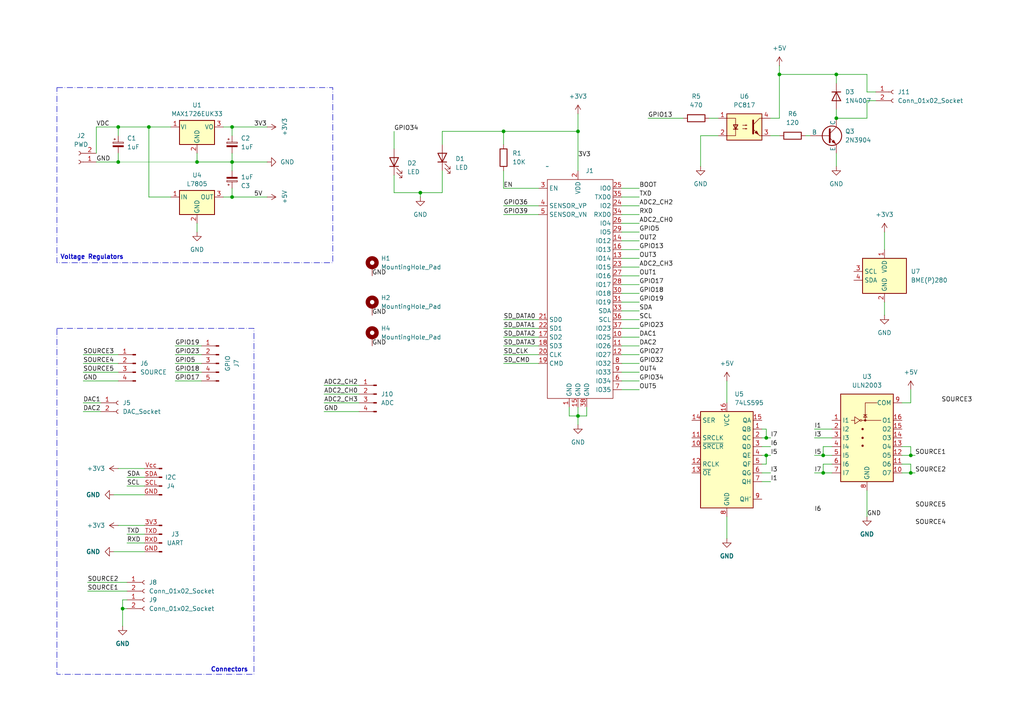
<source format=kicad_sch>
(kicad_sch (version 20231120) (generator "eeschema") (generator_version "8.0")
  (paper "A4")
  (lib_symbols
    (symbol "+5V_1" (power) (pin_numbers hide) (pin_names (offset 0) hide)
      (property "Value" "+5V" (at 0 3.556 0))
      (symbol "+5V_1_1_1"
        (pin power_in line (at 0 0 90) (length 0) (name "~") (number "1"))
      )
    )
    (symbol "+5V_2" (power) (pin_numbers hide) (pin_names (offset 0) hide)
      (property "Value" "+5V" (at 0 3.556 0))
      (symbol "+5V_2_1_1"
        (pin power_in line (at 0 0 90) (length 0) (name "~") (number "1"))
      )
    )
    (symbol "74xx:74LS595"
      (property "Reference" "U" (at -7.62 13.97 0))
      (property "Value" "74LS595" (at -7.62 -16.51 0))
      (symbol "74LS595_1_0"
        (pin tri_state line (at 10.16 7.62 180) (length 2.54) (name "QB") (number "1"))
        (pin input line (at -10.16 2.54 0) (length 2.54) (name "~{SRCLR}") (number "10"))
        (pin input line (at -10.16 5.08 0) (length 2.54) (name "SRCLK") (number "11"))
        (pin input line (at -10.16 -2.54 0) (length 2.54) (name "RCLK") (number "12"))
        (pin input line (at -10.16 -5.08 0) (length 2.54) (name "~{OE}") (number "13"))
        (pin input line (at -10.16 10.16 0) (length 2.54) (name "SER") (number "14"))
        (pin tri_state line (at 10.16 10.16 180) (length 2.54) (name "QA") (number "15"))
        (pin power_in line (at 0 15.24 270) (length 2.54) (name "VCC") (number "16"))
        (pin tri_state line (at 10.16 5.08 180) (length 2.54) (name "QC") (number "2"))
        (pin tri_state line (at 10.16 2.54 180) (length 2.54) (name "QD") (number "3"))
        (pin tri_state line (at 10.16 0 180) (length 2.54) (name "QE") (number "4"))
        (pin tri_state line (at 10.16 -2.54 180) (length 2.54) (name "QF") (number "5"))
        (pin tri_state line (at 10.16 -5.08 180) (length 2.54) (name "QG") (number "6"))
        (pin tri_state line (at 10.16 -7.62 180) (length 2.54) (name "QH") (number "7"))
        (pin power_in line (at 0 -17.78 90) (length 2.54) (name "GND") (number "8"))
        (pin output line (at 10.16 -12.7 180) (length 2.54) (name "QH'") (number "9"))
      )
    )
    (symbol "Alexander Symbol Library:BME(P)280"
      (property "Reference" "U" (at -7.62 10.16 0))
      (property "Value" "BME(P)280" (at 5.08 10.16 0))
      (symbol "BME(P)280_1_1"
        (pin power_in line (at -1.27 10.16 270) (length 2.54) (name "VDD") (number "1"))
        (pin power_out line (at -1.27 -5.08 90) (length 2.54) (name "GND") (number "2"))
        (pin input line (at -10.16 3.81 0) (length 2.54) (name "SCL") (number "3"))
        (pin bidirectional line (at -10.16 1.27 0) (length 2.54) (name "SDA") (number "4"))
      )
    )
    (symbol "Alexander_Library_Symbols:Conn_I2C_01x04" (pin_names (offset 1.016) hide)
      (property "Reference" "J" (at 0 5.08 0))
      (property "Value" "I2C" (at 0 -7.62 0))
      (symbol "Conn_I2C_01x04_1_1"
        (pin power_out line (at 5.08 -5.08 180) (length 3.81) (name "GND") (number "GND"))
        (pin bidirectional line (at 5.08 -2.54 180) (length 3.81) (name "SCL") (number "SCL"))
        (pin bidirectional line (at 5.08 0 180) (length 3.81) (name "SDA") (number "SDA"))
        (pin power_in line (at 5.08 2.54 180) (length 3.81) (name "VCC") (number "Vcc"))
      )
    )
    (symbol "Alexander_Library_Symbols:ESP32-WROOM-32D-SOCKET"
      (property "Reference" "J" (at 0 0 0))
      (symbol "ESP32-WROOM-32D-SOCKET_1_1"
        (pin power_out line (at 6.35 -69.85 90) (length 2.54) (name "GND") (number "1"))
        (pin bidirectional line (at 21.59 -49.53 180) (length 2.54) (name "IO25") (number "10"))
        (pin bidirectional line (at 21.59 -52.07 180) (length 2.54) (name "IO26") (number "11"))
        (pin bidirectional line (at 21.59 -54.61 180) (length 2.54) (name "IO27") (number "12"))
        (pin bidirectional line (at 21.59 -26.67 180) (length 2.54) (name "IO14") (number "13"))
        (pin bidirectional line (at 21.59 -21.59 180) (length 2.54) (name "IO12") (number "14"))
        (pin power_out line (at 8.89 -69.85 90) (length 2.54) (name "GND") (number "15"))
        (pin bidirectional line (at 21.59 -24.13 180) (length 2.54) (name "IO13") (number "16"))
        (pin input line (at -2.54 -49.53 0) (length 2.54) (name "SD2") (number "17"))
        (pin input line (at -2.54 -52.07 0) (length 2.54) (name "SD3") (number "18"))
        (pin input line (at -2.54 -57.15 0) (length 2.54) (name "CMD") (number "19"))
        (pin power_in line (at 8.89 -1.27 270) (length 2.54) (name "VDD") (number "2"))
        (pin input line (at -2.54 -54.61 0) (length 2.54) (name "CLK") (number "20"))
        (pin input line (at -2.54 -44.45 0) (length 2.54) (name "SD0") (number "21"))
        (pin input line (at -2.54 -46.99 0) (length 2.54) (name "SD1") (number "22"))
        (pin bidirectional line (at 21.59 -29.21 180) (length 2.54) (name "IO15") (number "23"))
        (pin bidirectional line (at 21.59 -11.43 180) (length 2.54) (name "IO2") (number "24"))
        (pin bidirectional line (at 21.59 -6.35 180) (length 2.54) (name "IO0") (number "25"))
        (pin bidirectional line (at 21.59 -16.51 180) (length 2.54) (name "IO4") (number "26"))
        (pin bidirectional line (at 21.59 -31.75 180) (length 2.54) (name "IO16") (number "27"))
        (pin bidirectional line (at 21.59 -34.29 180) (length 2.54) (name "IO17") (number "28"))
        (pin bidirectional line (at 21.59 -19.05 180) (length 2.54) (name "IO5") (number "29"))
        (pin input line (at -2.54 -6.35 0) (length 2.54) (name "EN") (number "3"))
        (pin bidirectional line (at 21.59 -36.83 180) (length 2.54) (name "IO18") (number "30"))
        (pin bidirectional line (at 21.59 -39.37 180) (length 2.54) (name "IO19") (number "31"))
        (pin bidirectional line (at 21.59 -41.91 180) (length 2.54) (name "SDA") (number "33"))
        (pin input line (at 21.59 -13.97 180) (length 2.54) (name "RXD0") (number "34"))
        (pin output line (at 21.59 -8.89 180) (length 2.54) (name "TXD0") (number "35"))
        (pin bidirectional line (at 21.59 -44.45 180) (length 2.54) (name "SCL") (number "36"))
        (pin bidirectional line (at 21.59 -46.99 180) (length 2.54) (name "IO23") (number "37"))
        (pin power_out line (at 11.43 -69.85 90) (length 2.54) (name "GND") (number "38"))
        (pin input line (at -2.54 -11.43 0) (length 2.54) (name "SENSOR_VP") (number "4"))
        (pin input line (at -2.54 -13.97 0) (length 2.54) (name "SENSOR_VN") (number "5"))
        (pin bidirectional line (at 21.59 -62.23 180) (length 2.54) (name "IO34") (number "6"))
        (pin bidirectional line (at 21.59 -64.77 180) (length 2.54) (name "IO35") (number "7"))
        (pin bidirectional line (at 21.59 -57.15 180) (length 2.54) (name "IO32") (number "8"))
        (pin bidirectional line (at 21.59 -59.69 180) (length 2.54) (name "IO33") (number "9"))
      )
    )
    (symbol "Conn_UART_1" (pin_names (offset 1.016) hide)
      (property "Reference" "J" (at 1.27 3.81 0))
      (property "Value" "UART" (at 2.54 -10.16 0))
      (symbol "Conn_UART_1_1_1"
        (pin power_in line (at 5.08 0 180) (length 3.81) (name "3V3") (number "3V3"))
        (pin power_out line (at 5.08 -7.62 180) (length 3.81) (name "GND") (number "GND"))
        (pin input line (at 5.08 -5.08 180) (length 3.81) (name "RXD") (number "RXD"))
        (pin output line (at 5.08 -2.54 180) (length 3.81) (name "TXD") (number "TXD"))
      )
    )
    (symbol "Connector:Conn_01x02_Socket" (pin_names (offset 1.016) hide)
      (property "Reference" "J" (at 0 2.54 0))
      (property "Value" "Conn_01x02_Socket" (at 0 -5.08 0))
      (symbol "Conn_01x02_Socket_1_1"
        (pin passive line (at -5.08 0 0) (length 3.81) (name "Pin_1") (number "1"))
        (pin passive line (at -5.08 -2.54 0) (length 3.81) (name "Pin_2") (number "2"))
      )
    )
    (symbol "Connector:Conn_01x04_Pin" (pin_names (offset 1.016) hide)
      (property "Reference" "J" (at 0 5.08 0))
      (property "Value" "I2C" (at 0 -7.62 0))
      (symbol "Conn_01x04_Pin_1_1"
        (pin passive line (at 5.08 2.54 180) (length 3.81) (name "Pin_1") (number "1"))
        (pin passive line (at 5.08 0 180) (length 3.81) (name "Pin_2") (number "2"))
        (pin passive line (at 5.08 -2.54 180) (length 3.81) (name "Pin_3") (number "3"))
        (pin passive line (at 5.08 -5.08 180) (length 3.81) (name "Pin_4") (number "4"))
      )
    )
    (symbol "Connector:Conn_01x05_Pin" (pin_names (offset 1.016) hide)
      (property "Reference" "J" (at 0 7.62 0))
      (property "Value" "Conn_01x05_Pin" (at 0 -7.62 0))
      (symbol "Conn_01x05_Pin_1_1"
        (pin passive line (at 5.08 5.08 180) (length 3.81) (name "Pin_1") (number "1"))
        (pin passive line (at 5.08 2.54 180) (length 3.81) (name "Pin_2") (number "2"))
        (pin passive line (at 5.08 0 180) (length 3.81) (name "Pin_3") (number "3"))
        (pin passive line (at 5.08 -2.54 180) (length 3.81) (name "Pin_4") (number "4"))
        (pin passive line (at 5.08 -5.08 180) (length 3.81) (name "Pin_5") (number "5"))
      )
    )
    (symbol "Connector:Conn_01x06_Socket" (pin_names (offset 1.016) hide)
      (property "Reference" "J" (at 0 7.62 0))
      (property "Value" "Conn_01x06_Socket" (at 0 -10.16 0))
      (symbol "Conn_01x06_Socket_1_1"
        (pin passive line (at -5.08 5.08 0) (length 3.81) (name "Pin_1") (number "1"))
        (pin passive line (at -5.08 2.54 0) (length 3.81) (name "Pin_2") (number "2"))
        (pin passive line (at -5.08 0 0) (length 3.81) (name "Pin_3") (number "3"))
        (pin passive line (at -5.08 -2.54 0) (length 3.81) (name "Pin_4") (number "4"))
        (pin passive line (at -5.08 -5.08 0) (length 3.81) (name "Pin_5") (number "5"))
        (pin passive line (at -5.08 -7.62 0) (length 3.81) (name "Pin_6") (number "6"))
      )
    )
    (symbol "Device:C_Polarized_Small" (pin_numbers hide) (pin_names (offset 0.254) hide)
      (property "Reference" "C" (at 0.254 1.778 0))
      (property "Value" "C_Polarized_Small" (at 0.254 -2.032 0))
      (symbol "C_Polarized_Small_1_1"
        (pin passive line (at 0 2.54 270) (length 1.8542) (name "~") (number "1"))
        (pin passive line (at 0 -2.54 90) (length 1.8542) (name "~") (number "2"))
      )
    )
    (symbol "Device:D" (pin_numbers hide) (pin_names (offset 1.016) hide)
      (property "Reference" "D" (at 0 2.54 0))
      (property "Value" "D" (at 0 -2.54 0))
      (symbol "D_1_1"
        (pin passive line (at -3.81 0 0) (length 2.54) (name "K") (number "1"))
        (pin passive line (at 3.81 0 180) (length 2.54) (name "A") (number "2"))
      )
    )
    (symbol "Device:LED" (pin_numbers hide) (pin_names (offset 1.016) hide)
      (property "Reference" "D" (at 0 2.54 0))
      (property "Value" "LED" (at 0 -2.54 0))
      (symbol "LED_1_1"
        (pin passive line (at -3.81 0 0) (length 2.54) (name "K") (number "1"))
        (pin passive line (at 3.81 0 180) (length 2.54) (name "A") (number "2"))
      )
    )
    (symbol "Device:R" (pin_numbers hide) (pin_names (offset 0))
      (property "Reference" "R" (at 2.032 0 90))
      (property "Value" "R" (at 0 0 90))
      (symbol "R_1_1"
        (pin passive line (at 0 3.81 270) (length 1.27) (name "~") (number "1"))
        (pin passive line (at 0 -3.81 90) (length 1.27) (name "~") (number "2"))
      )
    )
    (symbol "GND_1" (power) (pin_numbers hide) (pin_names (offset 0) hide)
      (property "Value" "GND" (at 0 -3.81 0))
      (symbol "GND_1_1_1"
        (pin power_in line (at 0 0 270) (length 0) (name "~") (number "1"))
      )
    )
    (symbol "GND_2" (power) (pin_numbers hide) (pin_names (offset 0) hide)
      (property "Value" "GND" (at 0 -3.81 0))
      (symbol "GND_2_1_1"
        (pin power_in line (at 0 0 270) (length 0) (name "~") (number "1"))
      )
    )
    (symbol "GND_3" (power) (pin_numbers hide) (pin_names (offset 0) hide)
      (property "Value" "GND" (at 0 -3.81 0))
      (symbol "GND_3_1_1"
        (pin power_in line (at 0 0 270) (length 0) (name "~") (number "1"))
      )
    )
    (symbol "GND_4" (power) (pin_numbers hide) (pin_names (offset 0) hide)
      (property "Value" "GND" (at 0 -3.81 0))
      (symbol "GND_4_1_1"
        (pin power_in line (at 0 0 270) (length 0) (name "~") (number "1"))
      )
    )
    (symbol "GND_5" (power) (pin_numbers hide) (pin_names (offset 0) hide)
      (property "Value" "GND" (at 0 -3.81 0))
      (symbol "GND_5_1_1"
        (pin power_in line (at 0 0 270) (length 0) (name "~") (number "1"))
      )
    )
    (symbol "GND_6" (power) (pin_numbers hide) (pin_names (offset 0) hide)
      (property "Value" "GND" (at 0 -3.81 0))
      (symbol "GND_6_1_1"
        (pin power_in line (at 0 0 270) (length 0) (name "~") (number "1"))
      )
    )
    (symbol "Isolator:4N35" (pin_names (offset 1.016))
      (property "Reference" "U" (at -5.08 5.08 0))
      (property "Value" "4N35" (at 0 5.08 0))
      (symbol "4N35_1_1"
        (pin passive line (at -7.62 2.54 0) (length 2.54) (name "~") (number "1"))
        (pin passive line (at -7.62 -2.54 0) (length 2.54) (name "~") (number "2"))
        (pin no_connect line (at -5.08 0 0) (length 2.54) hide (name "NC") (number "3"))
        (pin passive line (at 7.62 -2.54 180) (length 2.54) (name "~") (number "4"))
        (pin passive line (at 7.62 0 180) (length 2.54) (name "~") (number "5"))
        (pin passive line (at 7.62 2.54 180) (length 2.54) (name "~") (number "6"))
      )
    )
    (symbol "Isolator:PC817" (pin_names (offset 1.016))
      (property "Reference" "U" (at -5.08 5.08 0))
      (property "Value" "PC817" (at 0 5.08 0))
      (symbol "PC817_1_1"
        (pin passive line (at -7.62 2.54 0) (length 2.54) (name "~") (number "1"))
        (pin passive line (at -7.62 -2.54 0) (length 2.54) (name "~") (number "2"))
        (pin passive line (at 7.62 -2.54 180) (length 2.54) (name "~") (number "3"))
        (pin passive line (at 7.62 2.54 180) (length 2.54) (name "~") (number "4"))
      )
    )
    (symbol "Mechanical:MountingHole_Pad" (pin_numbers hide) (pin_names (offset 1.016) hide)
      (property "Reference" "H" (at 0 6.35 0))
      (property "Value" "MountingHole_Pad" (at 0 4.445 0))
      (symbol "MountingHole_Pad_1_1"
        (pin input line (at 0 -2.54 90) (length 2.54) (name "1") (number "1"))
      )
    )
    (symbol "Regulator_Linear:L7805" (pin_names (offset 0.254))
      (property "Reference" "U4" (at 0 6.35 0))
      (property "Value" "L7805" (at 0 3.81 0))
      (symbol "L7805_1_1"
        (pin power_in line (at -7.62 0 0) (length 2.54) (name "IN") (number "1"))
        (pin power_in line (at 0 -7.62 90) (length 2.54) (name "GND") (number "2"))
        (pin power_out line (at 7.62 0 180) (length 2.54) (name "OUT") (number "3"))
      )
    )
    (symbol "Regulator_Linear:LM78M05_TO220" (pin_names (offset 0.254))
      (property "Reference" "U" (at -3.81 3.175 0))
      (property "Value" "LM78M05_TO220" (at 0 3.175 0))
      (symbol "LM78M05_TO220_1_1"
        (pin power_in line (at -7.62 0 0) (length 2.54) (name "VI") (number "1"))
        (pin power_in line (at 0 -7.62 90) (length 2.54) (name "GND") (number "2"))
        (pin power_out line (at 7.62 0 180) (length 2.54) (name "VO") (number "3"))
      )
    )
    (symbol "Simulation_SPICE:NPN" (pin_numbers hide) (pin_names (offset 0))
      (property "Reference" "Q" (at -2.54 7.62 0))
      (property "Value" "NPN" (at -2.54 5.08 0))
      (symbol "NPN_1_1"
        (pin open_collector line (at 2.54 5.08 270) (length 2.54) (name "C") (number "1"))
        (pin input line (at -5.08 0 0) (length 2.54) (name "B") (number "2"))
        (pin open_emitter line (at 2.54 -5.08 90) (length 2.54) (name "E") (number "3"))
      )
    )
    (symbol "Switch:SW_Push" (pin_numbers hide) (pin_names (offset 1.016) hide)
      (property "Reference" "SW" (at 1.27 2.54 0))
      (property "Value" "SW_Push" (at 0 -1.524 0))
      (symbol "SW_Push_0_1"
        (pin passive line (at -5.08 0 0) (length 2.54) (name "1") (number "1"))
        (pin passive line (at 5.08 0 180) (length 2.54) (name "2") (number "2"))
      )
    )
    (symbol "Transistor_Array:ULN2003"
      (property "Reference" "U" (at 0 15.875 0))
      (property "Value" "ULN2003" (at 0 13.97 0))
      (symbol "ULN2003_1_1"
        (pin input line (at -10.16 5.08 0) (length 2.54) (name "I1") (number "1"))
        (pin open_collector line (at 10.16 -10.16 180) (length 2.54) (name "O7") (number "10"))
        (pin open_collector line (at 10.16 -7.62 180) (length 2.54) (name "O6") (number "11"))
        (pin open_collector line (at 10.16 -5.08 180) (length 2.54) (name "O5") (number "12"))
        (pin open_collector line (at 10.16 -2.54 180) (length 2.54) (name "O4") (number "13"))
        (pin open_collector line (at 10.16 0 180) (length 2.54) (name "O3") (number "14"))
        (pin open_collector line (at 10.16 2.54 180) (length 2.54) (name "O2") (number "15"))
        (pin open_collector line (at 10.16 5.08 180) (length 2.54) (name "O1") (number "16"))
        (pin input line (at -10.16 2.54 0) (length 2.54) (name "I2") (number "2"))
        (pin input line (at -10.16 0 0) (length 2.54) (name "I3") (number "3"))
        (pin input line (at -10.16 -2.54 0) (length 2.54) (name "I4") (number "4"))
        (pin input line (at -10.16 -5.08 0) (length 2.54) (name "I5") (number "5"))
        (pin input line (at -10.16 -7.62 0) (length 2.54) (name "I6") (number "6"))
        (pin input line (at -10.16 -10.16 0) (length 2.54) (name "I7") (number "7"))
        (pin power_in line (at 0 -15.24 90) (length 2.54) (name "GND") (number "8"))
        (pin passive line (at 10.16 10.16 180) (length 2.54) (name "COM") (number "9"))
      )
    )
    (symbol "power:+3V3" (power) (pin_names (offset 0))
      (property "Value" "+3V3" (at 0 3.556 0))
      (symbol "+3V3_1_1"
        (pin power_in line (at 0 0 90) (length 0) hide (name "+3V3") (number "1"))
      )
    )
    (symbol "power:+5V" (power) (pin_names (offset 0))
      (property "Value" "+5V" (at 0 3.556 0))
      (symbol "+5V_1_1"
        (pin power_in line (at 0 0 90) (length 0) hide (name "+5V") (number "1"))
      )
    )
    (symbol "power:GND" (power) (pin_names (offset 0))
      (property "Value" "GND" (at 0 -3.81 0))
      (symbol "GND_1_1"
        (pin power_in line (at 0 0 270) (length 0) hide (name "GND") (number "1"))
      )
    )
  )
  (junction (at 57.15 46.99))
  (junction (at 238.76 132.08))
  (junction (at 264.16 132.08))
  (junction (at 67.31 46.99))
  (junction (at 264.16 137.16))
  (junction (at 34.29 46.99))
  (junction (at 167.64 38.1))
  (junction (at 222.25 132.08))
  (junction (at 226.06 21.59))
  (junction (at 67.31 57.15))
  (junction (at 377.19 151.13))
  (junction (at 43.18 36.83))
  (junction (at 401.32 163.83))
  (junction (at 242.57 34.29))
  (junction (at 67.31 36.83))
  (junction (at 242.57 21.59))
  (junction (at 222.25 127))
  (junction (at 238.76 137.16))
  (junction (at 34.29 36.83))
  (junction (at 121.92 55.88))
  (junction (at 146.05 38.1))
  (junction (at 167.64 120.65))
  (junction (at 35.56 176.53))
  (no_connect (at 373.38 59.69))
  (wire (pts (xy 226.06 34.29) (xy 223.52 34.29)))
  (wire (pts (xy 180.34 59.69) (xy 185.42 59.69)))
  (wire (pts (xy 57.15 64.77) (xy 57.15 67.31)))
  (wire (pts (xy 220.98 132.08) (xy 222.25 132.08)))
  (wire (pts (xy 146.05 102.87) (xy 156.21 102.87)))
  (wire (pts (xy 35.56 173.99) (xy 35.56 176.53)))
  (wire (pts (xy 36.83 140.97) (xy 41.91 140.97)))
  (wire (pts (xy 261.62 137.16) (xy 264.16 137.16)))
  (wire (pts (xy 358.14 171.45) (xy 361.95 171.45)))
  (wire (pts (xy 210.82 149.86) (xy 210.82 156.21)))
  (wire (pts (xy 25.4 168.91) (xy 36.83 168.91)))
  (wire (pts (xy 180.34 64.77) (xy 185.42 64.77)))
  (wire (pts (xy 121.92 55.88) (xy 128.27 55.88)))
  (wire (pts (xy 242.57 24.13) (xy 242.57 21.59)))
  (wire (pts (xy 377.19 151.13) (xy 382.27 151.13)))
  (wire (pts (xy 146.05 100.33) (xy 156.21 100.33)))
  (wire (pts (xy 49.53 57.15) (xy 43.18 57.15)))
  (wire (pts (xy 36.83 154.94) (xy 41.91 154.94)))
  (wire (pts (xy 242.57 21.59) (xy 251.46 21.59)))
  (wire (pts (xy 401.32 142.24) (xy 401.32 146.05)))
  (wire (pts (xy 220.98 127) (xy 222.25 127)))
  (wire (pts (xy 167.64 33.02) (xy 167.64 38.1)))
  (wire (pts (xy 180.34 80.01) (xy 185.42 80.01)))
  (wire (pts (xy 180.34 82.55) (xy 185.42 82.55)))
  (wire (pts (xy 220.98 139.7) (xy 223.52 139.7)))
  (wire (pts (xy 34.29 135.89) (xy 41.91 135.89)))
  (wire (pts (xy 264.16 137.16) (xy 265.43 137.16)))
  (wire (pts (xy 389.89 151.13) (xy 393.7 151.13)))
  (wire (pts (xy 57.15 44.45) (xy 57.15 46.99)))
  (wire (pts (xy 104.14 114.3) (xy 93.98 114.3)))
  (wire (pts (xy 180.34 105.41) (xy 185.42 105.41)))
  (wire (pts (xy 34.29 107.95) (xy 24.13 107.95)))
  (wire (pts (xy 165.1 120.65) (xy 167.64 120.65)))
  (wire (pts (xy 58.42 102.87) (xy 50.8 102.87)))
  (wire (pts (xy 67.31 44.45) (xy 67.31 46.99)))
  (wire (pts (xy 34.29 102.87) (xy 24.13 102.87)))
  (wire (pts (xy 238.76 134.62) (xy 238.76 137.16)))
  (wire (pts (xy 180.34 54.61) (xy 185.42 54.61)))
  (wire (pts (xy 264.16 116.84) (xy 261.62 116.84)))
  (wire (pts (xy 146.05 38.1) (xy 128.27 38.1)))
  (wire (pts (xy 222.25 124.46) (xy 222.25 127)))
  (wire (pts (xy 114.3 38.1) (xy 114.3 43.18)))
  (wire (pts (xy 261.62 134.62) (xy 264.16 134.62)))
  (wire (pts (xy 205.74 34.29) (xy 208.28 34.29)))
  (wire (pts (xy 58.42 105.41) (xy 50.8 105.41)))
  (wire (pts (xy 251.46 29.21) (xy 251.46 34.29)))
  (wire (pts (xy 180.34 107.95) (xy 185.42 107.95)))
  (wire (pts (xy 156.21 54.61) (xy 146.05 54.61)))
  (wire (pts (xy 358.14 173.99) (xy 361.95 173.99)))
  (wire (pts (xy 210.82 110.49) (xy 210.82 116.84)))
  (wire (pts (xy 165.1 118.11) (xy 165.1 120.65)))
  (wire (pts (xy 43.18 36.83) (xy 49.53 36.83)))
  (wire (pts (xy 24.13 116.84) (xy 29.21 116.84)))
  (wire (pts (xy 146.05 62.23) (xy 156.21 62.23)))
  (wire (pts (xy 146.05 38.1) (xy 146.05 41.91)))
  (wire (pts (xy 251.46 26.67) (xy 254 26.67)))
  (wire (pts (xy 35.56 176.53) (xy 36.83 176.53)))
  (wire (pts (xy 34.29 152.4) (xy 41.91 152.4)))
  (wire (pts (xy 34.29 36.83) (xy 34.29 39.37)))
  (wire (pts (xy 264.16 129.54) (xy 264.16 132.08)))
  (wire (pts (xy 34.29 44.45) (xy 34.29 46.99)))
  (wire (pts (xy 121.92 57.15) (xy 121.92 55.88)))
  (wire (pts (xy 167.64 120.65) (xy 167.64 123.19)))
  (wire (pts (xy 146.05 95.25) (xy 156.21 95.25)))
  (wire (pts (xy 236.22 137.16) (xy 238.76 137.16)))
  (wire (pts (xy 264.16 113.03) (xy 264.16 116.84)))
  (wire (pts (xy 25.4 171.45) (xy 36.83 171.45)))
  (wire (pts (xy 233.68 39.37) (xy 234.95 39.37)))
  (wire (pts (xy 146.05 92.71) (xy 156.21 92.71)))
  (wire (pts (xy 180.34 110.49) (xy 185.42 110.49)))
  (wire (pts (xy 373.38 64.77) (xy 384.81 64.77)))
  (wire (pts (xy 24.13 110.49) (xy 34.29 110.49)))
  (wire (pts (xy 128.27 49.53) (xy 128.27 55.88)))
  (wire (pts (xy 43.18 36.83) (xy 43.18 57.15)))
  (wire (pts (xy 354.33 59.69) (xy 358.14 59.69)))
  (wire (pts (xy 36.83 173.99) (xy 35.56 173.99)))
  (wire (pts (xy 67.31 57.15) (xy 77.47 57.15)))
  (wire (pts (xy 67.31 46.99) (xy 77.47 46.99)))
  (wire (pts (xy 401.32 156.21) (xy 401.32 163.83)))
  (wire (pts (xy 180.34 95.25) (xy 185.42 95.25)))
  (wire (pts (xy 128.27 38.1) (xy 128.27 41.91)))
  (wire (pts (xy 180.34 102.87) (xy 185.42 102.87)))
  (wire (pts (xy 251.46 21.59) (xy 251.46 26.67)))
  (wire (pts (xy 64.77 57.15) (xy 67.31 57.15)))
  (wire (pts (xy 236.22 127) (xy 241.3 127)))
  (wire (pts (xy 261.62 129.54) (xy 264.16 129.54)))
  (wire (pts (xy 41.91 143.51) (xy 33.02 143.51)))
  (wire (pts (xy 242.57 21.59) (xy 226.06 21.59)))
  (wire (pts (xy 36.83 157.48) (xy 41.91 157.48)))
  (wire (pts (xy 223.52 39.37) (xy 226.06 39.37)))
  (wire (pts (xy 146.05 38.1) (xy 167.64 38.1)))
  (wire (pts (xy 114.3 55.88) (xy 121.92 55.88)))
  (wire (pts (xy 67.31 46.99) (xy 67.31 49.53)))
  (wire (pts (xy 180.34 57.15) (xy 185.42 57.15)))
  (wire (pts (xy 64.77 36.83) (xy 67.31 36.83)))
  (wire (pts (xy 241.3 134.62) (xy 238.76 134.62)))
  (wire (pts (xy 180.34 100.33) (xy 185.42 100.33)))
  (wire (pts (xy 114.3 50.8) (xy 114.3 55.88)))
  (wire (pts (xy 220.98 124.46) (xy 222.25 124.46)))
  (wire (pts (xy 58.42 107.95) (xy 50.8 107.95)))
  (wire (pts (xy 251.46 142.24) (xy 251.46 149.86)))
  (wire (pts (xy 222.25 134.62) (xy 222.25 132.08)))
  (wire (pts (xy 358.14 166.37) (xy 361.95 166.37)))
  (wire (pts (xy 238.76 137.16) (xy 241.3 137.16)))
  (wire (pts (xy 57.15 46.99) (xy 67.31 46.99)))
  (wire (pts (xy 401.32 163.83) (xy 401.32 172.72)))
  (wire (pts (xy 358.14 168.91) (xy 361.95 168.91)))
  (wire (pts (xy 373.38 62.23) (xy 384.81 62.23)))
  (wire (pts (xy 180.34 87.63) (xy 185.42 87.63)))
  (wire (pts (xy 146.05 105.41) (xy 156.21 105.41)))
  (wire (pts (xy 238.76 132.08) (xy 241.3 132.08)))
  (wire (pts (xy 67.31 39.37) (xy 67.31 36.83)))
  (wire (pts (xy 180.34 62.23) (xy 185.42 62.23)))
  (wire (pts (xy 27.94 36.83) (xy 34.29 36.83)))
  (wire (pts (xy 180.34 72.39) (xy 185.42 72.39)))
  (wire (pts (xy 180.34 90.17) (xy 185.42 90.17)))
  (wire (pts (xy 401.32 163.83) (xy 393.7 163.83)))
  (wire (pts (xy 377.19 142.24) (xy 377.19 151.13)))
  (wire (pts (xy 146.05 59.69) (xy 156.21 59.69)))
  (wire (pts (xy 242.57 44.45) (xy 242.57 48.26)))
  (wire (pts (xy 41.91 160.02) (xy 33.02 160.02)))
  (wire (pts (xy 180.34 77.47) (xy 185.42 77.47)))
  (wire (pts (xy 254 29.21) (xy 251.46 29.21)))
  (wire (pts (xy 220.98 137.16) (xy 223.52 137.16)))
  (wire (pts (xy 339.09 59.69) (xy 346.71 59.69)))
  (wire (pts (xy 256.54 67.31) (xy 256.54 72.39)))
  (wire (pts (xy 220.98 129.54) (xy 223.52 129.54)))
  (wire (pts (xy 236.22 132.08) (xy 238.76 132.08)))
  (wire (pts (xy 180.34 69.85) (xy 185.42 69.85)))
  (wire (pts (xy 180.34 97.79) (xy 185.42 97.79)))
  (wire (pts (xy 180.34 113.03) (xy 185.42 113.03)))
  (wire (pts (xy 226.06 21.59) (xy 226.06 34.29)))
  (wire (pts (xy 67.31 54.61) (xy 67.31 57.15)))
  (wire (pts (xy 167.64 38.1) (xy 167.64 49.53)))
  (wire (pts (xy 222.25 132.08) (xy 223.52 132.08)))
  (wire (pts (xy 384.81 163.83) (xy 386.08 163.83)))
  (wire (pts (xy 355.6 69.85) (xy 355.6 64.77)))
  (wire (pts (xy 264.16 134.62) (xy 264.16 137.16)))
  (wire (pts (xy 203.2 39.37) (xy 208.28 39.37)))
  (wire (pts (xy 180.34 74.93) (xy 185.42 74.93)))
  (wire (pts (xy 24.13 119.38) (xy 29.21 119.38)))
  (wire (pts (xy 35.56 176.53) (xy 35.56 181.61)))
  (wire (pts (xy 170.18 120.65) (xy 167.64 120.65)))
  (wire (pts (xy 241.3 129.54) (xy 238.76 129.54)))
  (wire (pts (xy 377.19 168.91) (xy 377.19 172.72)))
  (wire (pts (xy 238.76 129.54) (xy 238.76 132.08)))
  (wire (pts (xy 264.16 132.08) (xy 265.43 132.08)))
  (wire (pts (xy 187.96 34.29) (xy 198.12 34.29)))
  (wire (pts (xy 180.34 67.31) (xy 185.42 67.31)))
  (wire (pts (xy 222.25 127) (xy 223.52 127)))
  (wire (pts (xy 358.14 163.83) (xy 361.95 163.83)))
  (wire (pts (xy 236.22 124.46) (xy 241.3 124.46)))
  (wire (pts (xy 170.18 118.11) (xy 170.18 120.65)))
  (wire (pts (xy 104.14 111.76) (xy 93.98 111.76)))
  (wire (pts (xy 180.34 85.09) (xy 185.42 85.09)))
  (wire (pts (xy 58.42 110.49) (xy 50.8 110.49)))
  (wire (pts (xy 242.57 31.75) (xy 242.57 34.29)))
  (wire (pts (xy 36.83 138.43) (xy 41.91 138.43)))
  (wire (pts (xy 180.34 92.71) (xy 185.42 92.71)))
  (wire (pts (xy 34.29 36.83) (xy 43.18 36.83)))
  (wire (pts (xy 358.14 161.29) (xy 361.95 161.29)))
  (wire (pts (xy 93.98 119.38) (xy 104.14 119.38)))
  (wire (pts (xy 146.05 97.79) (xy 156.21 97.79)))
  (wire (pts (xy 377.19 151.13) (xy 377.19 158.75)))
  (wire (pts (xy 146.05 49.53) (xy 146.05 54.61)))
  (wire (pts (xy 220.98 134.62) (xy 222.25 134.62)))
  (wire (pts (xy 256.54 87.63) (xy 256.54 91.44)))
  (wire (pts (xy 58.42 100.33) (xy 50.8 100.33)))
  (wire (pts (xy 226.06 19.05) (xy 226.06 21.59)))
  (wire (pts (xy 261.62 132.08) (xy 264.16 132.08)))
  (wire (pts (xy 67.31 36.83) (xy 77.47 36.83)))
  (wire (pts (xy 27.94 46.99) (xy 34.29 46.99)))
  (wire (pts (xy 34.29 105.41) (xy 24.13 105.41)))
  (wire (pts (xy 355.6 64.77) (xy 358.14 64.77)))
  (wire (pts (xy 251.46 34.29) (xy 242.57 34.29)))
  (wire (pts (xy 203.2 48.26) (xy 203.2 39.37)))
  (wire (pts (xy 167.64 118.11) (xy 167.64 120.65)))
  (wire (pts (xy 104.14 116.84) (xy 93.98 116.84)))
  (wire (pts (xy 34.29 46.99) (xy 57.15 46.99)) (stroke (width 0.0254)))
  (wire (pts (xy 27.94 36.83) (xy 27.94 44.45)))
  (rectangle (start 328.93 137.16) (end 412.75 186.69) (stroke (width 0) (type dash_dot)))
  (rectangle (start 16.51 95.25) (end 73.66 195.58) (stroke (width 0) (type dash_dot)))
  (rectangle (start 16.51 25.4) (end 96.52 76.2) (stroke (width 0) (type dash_dot)))
  (text "Voltage Regulators" (at 26.67 73.914 0) (effects (font (size 1.27 1.27) (thickness 0.254) (bold yes)) (justify top)))
  (text "UART Programmer" (at 401.828 184.912 0) (effects (font (size 1.27 1.27))))
  (text "Connectors\n" (at 66.548 194.31 0) (effects (font (size 1.27 1.27) (thickness 0.254) (bold yes))))
  (label "SOURCE5" (at 265.43 147.32 0))
  (label "GND" (at 107.95 80.01 0))
  (label "GND" (at 24.13 110.49 0))
  (label "SOURCE3" (at 24.13 102.87 0))
  (label "SOURCE4" (at 24.13 105.41 0))
  (label "SD_DATA1" (at 146.05 95.25 0))
  (label "SOURCE1" (at 25.4 171.45 0))
  (label "I7" (at 223.52 127 0))
  (label "TXD" (at 361.95 166.37 0))
  (label "GPIO27" (at 185.42 102.87 0))
  (label "GPIO5" (at 185.42 67.31 0))
  (label "SOURCE5" (at 24.13 107.95 0))
  (label "RTS" (at 401.32 172.72 0))
  (label "ADC2_CH2" (at 185.42 59.69 0))
  (label "OUT1" (at 185.42 80.01 0))
  (label "I3" (at 223.52 137.16 0))
  (label "OUT2" (at 185.42 69.85 0))
  (label "3V3" (at 361.95 161.29 0))
  (label "SD_DATA0" (at 146.05 92.71 0))
  (label "EN" (at 401.32 142.24 0))
  (label "GPIO23" (at 185.42 95.25 0))
  (label "VDC" (at 27.94 36.83 0))
  (label "GPIO13" (at 185.42 72.39 0))
  (label "SD_CLK" (at 146.05 102.87 0))
  (label "DAC2" (at 24.13 119.38 0))
  (label "TXD" (at 185.42 57.15 0))
  (label "I1" (at 236.22 124.46 0))
  (label "ADC2_CH2" (at 93.98 111.76 0))
  (label "SDA" (at 185.42 90.17 0))
  (label "SD_CMD" (at 146.05 105.41 0))
  (label "ADC2_CH0" (at 93.98 114.3 0))
  (label "SD_DATA3" (at 146.05 100.33 0))
  (label "I5" (at 223.52 132.08 0))
  (label "GPIO17" (at 185.42 82.55 0))
  (label "GPIO23" (at 50.8 102.87 0))
  (label "GPIO5" (at 50.8 105.41 0))
  (label "DTR" (at 377.19 142.24 0))
  (label "GPIO13" (at 187.96 34.29 0))
  (label "SD_DATA2" (at 146.05 97.79 0))
  (label "GPIO34" (at 185.42 110.49 0))
  (label "OUT3" (at 185.42 74.93 0))
  (label "GND" (at 93.98 119.38 0))
  (label "RTS" (at 361.95 171.45 0))
  (label "SCL" (at 185.42 92.71 0))
  (label "GPIO18" (at 185.42 85.09 0))
  (label "GPIO34" (at 114.3 38.1 0))
  (label "V1-" (at 374.65 64.77 0))
  (label "BOOT" (at 377.19 172.72 0))
  (label "RXD" (at 36.83 157.48 0))
  (label "GPIO27" (at 339.09 59.69 0))
  (label "SCL" (at 36.83 140.97 0))
  (label "GND" (at 361.95 163.83 0))
  (label "OUT4" (at 185.42 107.95 0))
  (label "I6" (at 236.22 148.59 0))
  (label "3V3" (at 167.64 45.72 0))
  (label "ADC2_CH3" (at 185.42 77.47 0))
  (label "OUT5" (at 185.42 113.03 0))
  (label "GPIO39" (at 146.05 62.23 0))
  (label "I5" (at 236.22 132.08 0))
  (label "SOURCE1" (at 265.43 132.08 0))
  (label "GND" (at 107.95 91.44 0))
  (label "GPIO17" (at 50.8 110.49 0))
  (label "GPIO18" (at 50.8 107.95 0))
  (label "SOURCE2" (at 265.43 137.16 0))
  (label "BOOT" (at 185.42 54.61 0))
  (label "RXD" (at 361.95 168.91 0))
  (label "SOURCE3" (at 273.05 116.84 0))
  (label "DTR" (at 361.95 173.99 0))
  (label "ADC2_CH0" (at 185.42 64.77 0))
  (label "5V" (at 73.66 57.15 0))
  (label "ADC2_CH3" (at 93.98 116.84 0))
  (label "GND" (at 107.95 100.33 0))
  (label "GPIO32" (at 185.42 105.41 0))
  (label "DAC2" (at 185.42 100.33 0))
  (label "DAC1" (at 185.42 97.79 0))
  (label "3V3" (at 73.66 36.83 0))
  (label "SDA" (at 36.83 138.43 0))
  (label "GPIO19" (at 50.8 100.33 0))
  (label "GPIO36" (at 146.05 59.69 0))
  (label "GPIO19" (at 185.42 87.63 0))
  (label "I3" (at 236.22 127 0))
  (label "GND" (at 27.94 46.99 0))
  (label "I1" (at 223.52 139.7 0))
  (label "V1+" (at 374.65 62.23 0))
  (label "DAC1" (at 24.13 116.84 0))
  (label "EN" (at 146.05 54.61 0))
  (label "I6" (at 223.52 129.54 0))
  (label "GND" (at 251.46 149.86 0))
  (label "SOURCE4" (at 265.43 152.4 0))
  (label "I7" (at 236.22 137.16 0))
  (label "TXD" (at 36.83 154.94 0))
  (label "SOURCE2" (at 25.4 168.91 0))
  (label "RXD" (at 185.42 62.23 0))
  (symbol (lib_id "Connector:Conn_01x02_Socket") (at 34.29 116.84 0) (unit 1)
    (property "Reference" "J5" (at 35.56 116.84 0) (effects (justify left)))
    (property "Value" "DAC_Socket" (at 35.56 119.38 0) (effects (justify left)))
    (property "Footprint" "Connector_PinSocket_2.54mm:PinSocket_1x02_P2.54mm_Vertical" (effects (hide yes)))
  )
  (symbol (lib_id "power:GND") (at 77.47 46.99 90) (unit 1)
    (property "Reference" "#PWR03" (effects (hide yes)))
    (property "Value" "GND" (at 81.28 46.9899 90) (effects (justify right)))
  )
  (symbol (lib_id "Device:R") (at 389.89 163.83 270) (unit 1) (on_board no)
    (property "Reference" "R3" (at 389.89 157.48 90))
    (property "Value" "10K" (at 389.89 160.02 90))
    (property "Footprint" "Resistor_SMD:R_1210_3225Metric_Pad1.30x2.65mm_HandSolder" (effects (hide yes)))
    (property "Description" "Resistor" (effects (hide yes)))
  )
  (symbol (lib_id "Connector:Conn_01x04_Pin") (at 109.22 114.3 0) (mirror y) (unit 1)
    (property "Reference" "J10" (at 110.49 114.2999 0) (effects (justify right)))
    (property "Value" "ADC" (at 110.49 116.8399 0) (effects (justify right)))
    (property "Footprint" "Connector_PinSocket_2.54mm:PinSocket_1x04_P2.54mm_Vertical" (effects (hide yes)))
  )
  (symbol (lib_id "power:+3V3") (at 256.54 67.31 0) (unit 1)
    (property "Reference" "#PWR022" (effects (hide yes)))
    (property "Value" "+3V3" (at 256.54 62.23 0))
  )
  (symbol (lib_id "power:+3V3") (at 34.29 152.4 90) (unit 1)
    (property "Reference" "#PWR06" (effects (hide yes)))
    (property "Value" "+3V3" (at 30.48 152.3999 90) (effects (justify left)))
  )
  (symbol (lib_id "Alexander Symbol Library:BME(P)280") (at 257.81 82.55 0) (unit 1)
    (property "Reference" "U7" (at 264.16 78.7399 0) (effects (justify left)))
    (property "Value" "BME(P)280" (at 264.16 81.2799 0) (effects (justify left)))
    (property "Footprint" "Alexander Footprint Library:BME280_BMP280_I2C" (effects (hide yes)))
    (property "Description" "Absolute Barometric Pressure Sensor" (effects (hide yes)))
  )
  (symbol (lib_id "Device:LED") (at 114.3 46.99 90) (unit 1)
    (property "Reference" "D2" (at 118.11 47.3074 90) (effects (justify right)))
    (property "Value" "LED" (at 118.11 49.8474 90) (effects (justify right)))
    (property "Footprint" "LED_SMD:LED_1210_3225Metric_Pad1.42x2.65mm_HandSolder" (effects (hide yes)))
    (property "Description" "Light emitting diode" (effects (hide yes)))
  )
  (symbol (lib_id "power:+3V3") (at 34.29 135.89 90) (unit 1)
    (property "Reference" "#PWR08" (effects (hide yes)))
    (property "Value" "+3V3" (at 30.48 135.89 90) (effects (justify left)))
  )
  (symbol (lib_id "power:+5V") (at 264.16 113.03 0) (unit 1)
    (property "Reference" "#PWR012" (effects (hide yes)))
    (property "Value" "+5V" (at 264.16 107.95 0))
  )
  (symbol (lib_id "Transistor_Array:ULN2003") (at 251.46 127 0) (unit 1)
    (property "Reference" "U3" (at 251.46 109.22 0))
    (property "Value" "ULN2003" (at 251.46 111.76 0))
    (property "Footprint" "Package_DIP:DIP-16_W7.62mm" (effects (hide yes)))
    (property "Datasheet" "http://www.ti.com/lit/ds/symlink/uln2003a.pdf" (effects (hide yes)))
  )
  (symbol (lib_id "Device:D") (at 242.57 27.94 270) (unit 1) (on_board no)
    (property "Reference" "D3" (at 245.11 26.6699 90) (effects (justify left)))
    (property "Value" "1N4007" (at 245.11 29.2099 90) (effects (justify left)))
    (property "Description" "Diode" (effects (hide yes)))
    (property "Sim.Device" "D" (effects (hide yes)))
    (property "Sim.Pins" "1=K 2=A" (effects (hide yes)))
  )
  (symbol (lib_id "Device:R") (at 386.08 151.13 270) (unit 1) (on_board no)
    (property "Reference" "R4" (at 386.08 144.78 90))
    (property "Value" "10K" (at 386.08 147.32 90))
    (property "Footprint" "Resistor_SMD:R_1210_3225Metric_Pad1.30x2.65mm_HandSolder" (effects (hide yes)))
    (property "Description" "Resistor" (effects (hide yes)))
  )
  (symbol (lib_name "Conn_UART_1") (lib_id "Alexander_Library_Symbols:Conn_UART") (at 46.99 152.4 0) (mirror y) (unit 1)
    (property "Reference" "J3" (at 50.8 154.94 0))
    (property "Value" "UART" (at 50.8 157.48 0))
    (property "Footprint" "Alexander Footprints Library:Conn_UART" (effects (hide yes)))
  )
  (symbol (lib_id "Device:C_Polarized_Small") (at 67.31 52.07 0) (mirror x) (unit 1)
    (property "Reference" "C3" (at 69.85 53.8861 0) (effects (justify left)))
    (property "Value" "1uF" (at 69.85 51.3461 0) (effects (justify left)))
    (property "Footprint" "Capacitor_THT:CP_Radial_D4.0mm_P2.00mm" (effects (hide yes)))
  )
  (symbol (lib_id "Device:C_Polarized_Small") (at 34.29 41.91 0) (unit 1)
    (property "Reference" "C1" (at 36.83 40.0939 0) (effects (justify left)))
    (property "Value" "1uF" (at 36.83 42.6339 0) (effects (justify left)))
    (property "Footprint" "Capacitor_THT:CP_Radial_D4.0mm_P2.00mm" (effects (hide yes)))
  )
  (symbol (lib_id "Device:R") (at 350.52 59.69 90) (unit 1) (on_board no)
    (property "Reference" "R2" (at 350.52 53.34 90))
    (property "Value" "1K" (at 350.52 55.88 90))
    (property "Footprint" "Resistor_SMD:R_1210_3225Metric_Pad1.30x2.65mm_HandSolder" (effects (hide yes)))
  )
  (symbol (lib_name "GND_6") (lib_id "power:GND") (at 203.2 48.26 0) (unit 1)
    (property "Reference" "#PWR020" (effects (hide yes)))
    (property "Value" "GND" (at 203.2 53.34 0))
    (property "Description" "Power symbol creates a global label with name \"GND\" , ground" (effects (hide yes)))
  )
  (symbol (lib_name "GND_5") (lib_id "power:GND") (at 242.57 48.26 0) (unit 1)
    (property "Reference" "#PWR019" (effects (hide yes)))
    (property "Value" "GND" (at 242.57 53.34 0))
    (property "Description" "Power symbol creates a global label with name \"GND\" , ground" (effects (hide yes)))
  )
  (symbol (lib_id "power:GND") (at 33.02 143.51 270) (unit 1)
    (property "Reference" "#PWR09" (effects (hide yes)))
    (property "Value" "GND" (at 29.21 143.51 90) (effects (font (bold yes)) (justify right)))
  )
  (symbol (lib_name "GND_4") (lib_id "power:GND") (at 210.82 156.21 0) (unit 1)
    (property "Reference" "#PWR016" (effects (hide yes)))
    (property "Value" "GND" (at 210.82 161.29 0) (effects (font (bold yes))))
    (property "Description" "Power symbol creates a global label with name \"GND\" , ground" (effects (hide yes)))
  )
  (symbol (lib_id "power:GND") (at 33.02 160.02 270) (unit 1)
    (property "Reference" "#PWR07" (effects (hide yes)))
    (property "Value" "GND" (at 29.21 160.02 90) (effects (font (bold yes)) (justify right)))
  )
  (symbol (lib_id "74xx:74LS595") (at 210.82 132.08 0) (unit 1)
    (property "Reference" "U5" (at 213.0141 114.3 0) (effects (justify left)))
    (property "Value" "74LS595" (at 213.0141 116.84 0) (effects (justify left)))
    (property "Footprint" "Package_DIP:DIP-16_W7.62mm" (effects (hide yes)))
    (property "Datasheet" "http://www.ti.com/lit/gpn/sn74ls595" (effects (hide yes)))
    (property "Description" "8-bit serial in/out Shift Register 3-State Outputs" (effects (hide yes)))
  )
  (symbol (lib_id "Connector:Conn_01x05_Pin") (at 63.5 105.41 0) (mirror y) (unit 1)
    (property "Reference" "J7" (at 68.58 105.41 90))
    (property "Value" "GPIO" (at 66.04 105.41 90))
    (property "Footprint" "Connector_PinSocket_2.54mm:PinSocket_1x05_P2.54mm_Vertical" (effects (hide yes)))
  )
  (symbol (lib_id "Connector:Conn_01x02_Socket") (at 389.89 62.23 0) (unit 1)
    (property "Reference" "J12" (at 391.16 62.2299 0) (effects (justify left)))
    (property "Value" "Conn_01x02_Socket" (at 391.16 64.7699 0) (effects (justify left)))
    (property "Footprint" "Connector_PinSocket_2.54mm:PinSocket_1x02_P2.54mm_Vertical" (effects (hide yes)))
    (property "Description" "Generic connector, single row, 01x02, script generated" (effects (hide yes)))
  )
  (symbol (lib_id "Mechanical:MountingHole_Pad") (at 107.95 88.9 0) (unit 1)
    (property "Reference" "H2" (at 110.49 86.36 0) (effects (justify left)))
    (property "Value" "MountingHole_Pad" (at 110.49 88.9 0) (effects (justify left)))
    (property "Footprint" "MountingHole:MountingHole_3mm" (effects (hide yes)))
  )
  (symbol (lib_id "power:GND") (at 251.46 149.86 0) (unit 1)
    (property "Reference" "#PWR010" (effects (hide yes)))
    (property "Value" "GND" (at 251.46 154.94 0) (effects (font (bold yes))))
  )
  (symbol (lib_name "GND_3") (lib_id "power:GND") (at 121.92 57.15 0) (unit 1)
    (property "Reference" "#PWR015" (effects (hide yes)))
    (property "Value" "GND" (at 121.92 62.23 0))
    (property "Description" "Power symbol creates a global label with name \"GND\" , ground" (effects (hide yes)))
  )
  (symbol (lib_id "Connector:Conn_01x02_Socket") (at 41.91 173.99 0) (unit 1)
    (property "Reference" "J9" (at 43.18 173.99 0) (effects (justify left)))
    (property "Value" "Conn_01x02_Socket" (at 43.18 176.53 0) (effects (justify left)))
    (property "Footprint" "Alexander Footprints Library:Conn_Terminal_5mm" (effects (hide yes)))
  )
  (symbol (lib_id "Connector:Conn_01x04_Pin") (at 39.37 105.41 0) (mirror y) (unit 1)
    (property "Reference" "J6" (at 40.64 105.4099 0) (effects (justify right)))
    (property "Value" "SOURCE" (at 40.64 107.9499 0) (effects (justify right)))
    (property "Footprint" "Connector_PinSocket_2.54mm:PinSocket_1x04_P2.54mm_Vertical" (effects (hide yes)))
  )
  (symbol (lib_name "GND_1") (lib_id "power:GND") (at 35.56 181.61 0) (unit 1)
    (property "Reference" "#PWR014" (effects (hide yes)))
    (property "Value" "GND" (at 35.56 186.69 0) (effects (font (bold yes))))
    (property "Description" "Power symbol creates a global label with name \"GND\" , ground" (effects (hide yes)))
  )
  (symbol (lib_id "Connector:Conn_01x02_Socket") (at 41.91 168.91 0) (unit 1)
    (property "Reference" "J8" (at 43.18 168.91 0) (effects (justify left)))
    (property "Value" "Conn_01x02_Socket" (at 43.18 171.45 0) (effects (justify left)))
    (property "Footprint" "Alexander Footprints Library:Conn_Terminal_5mm" (effects (hide yes)))
  )
  (symbol (lib_id "Connector:Conn_01x02_Socket") (at 22.86 46.99 180) (unit 1)
    (property "Reference" "J2" (at 23.495 39.37 0))
    (property "Value" "PWD" (at 23.495 41.91 0))
    (property "Footprint" "Connector_PinSocket_2.54mm:PinSocket_1x02_P2.54mm_Vertical" (effects (hide yes)))
  )
  (symbol (lib_id "Regulator_Linear:L7805") (at 57.15 57.15 0) (unit 1)
    (property "Reference" "U4" (at 57.15 50.8 0))
    (property "Value" "L7805" (at 57.15 53.34 0))
    (property "Footprint" "Alexander Footprints Library:LD1117" (effects (hide yes)))
    (property "Datasheet" "datasheets/Voltage-Regulator_L7805.pdf" (effects (hide yes)))
    (property "Description" "Voltage Regulator 1.5A Positive" (effects (hide yes)))
  )
  (symbol (lib_id "Device:LED") (at 128.27 45.72 90) (unit 1)
    (property "Reference" "D1" (at 132.08 46.0374 90) (effects (justify right)))
    (property "Value" "LED" (at 132.08 48.5774 90) (effects (justify right)))
    (property "Footprint" "LED_SMD:LED_1210_3225Metric_Pad1.42x2.65mm_HandSolder" (effects (hide yes)))
    (property "Description" "Light emitting diode" (effects (hide yes)))
  )
  (symbol (lib_id "Simulation_SPICE:NPN") (at 398.78 151.13 0) (unit 1) (on_board no)
    (property "Reference" "Q1" (at 403.86 149.8599 0) (effects (justify left)))
    (property "Value" "NPN" (at 403.86 152.3999 0) (effects (justify left)))
    (property "Footprint" "Package_TO_SOT_THT:TO-92_Inline_W4.0mm_Horizontal_FlatSideDown" (effects (hide yes)))
    (property "Datasheet" "https://ngspice.sourceforge.io/docs/ngspice-html-manual/manual.xhtml#cha_BJTs" (effects (hide yes)))
    (property "Description" "Bipolar transistor symbol for simulation only, substrate tied to the emitter" (effects (hide yes)))
    (property "Sim.Device" "NPN" (effects (hide yes)))
    (property "Sim.Type" "GUMMELPOON" (effects (hide yes)))
    (property "Sim.Pins" "1=C 2=B 3=E" (effects (hide yes)))
  )
  (symbol (lib_name "+5V_2") (lib_id "power:+5V") (at 226.06 19.05 0) (unit 1)
    (property "Reference" "#PWR018" (effects (hide yes)))
    (property "Value" "+5V" (at 226.06 13.97 0))
    (property "Description" "Power symbol creates a global label with name \"+5V\"" (effects (hide yes)))
  )
  (symbol (lib_id "Device:R") (at 201.93 34.29 270) (unit 1) (on_board no)
    (property "Reference" "R5" (at 201.93 27.94 90))
    (property "Value" "470" (at 201.93 30.48 90))
    (property "Footprint" "Resistor_SMD:R_1206_3216Metric_Pad1.30x1.75mm_HandSolder" (effects (hide yes)))
    (property "Description" "Resistor" (effects (hide yes)))
  )
  (symbol (lib_id "power:GND") (at 57.15 67.31 0) (unit 1)
    (property "Reference" "#PWR013" (effects (hide yes)))
    (property "Value" "GND" (at 57.15 72.39 0))
  )
  (symbol (lib_id "Device:C_Polarized_Small") (at 67.31 41.91 0) (unit 1)
    (property "Reference" "C2" (at 69.85 40.0939 0) (effects (justify left)))
    (property "Value" "1uF" (at 69.85 42.6339 0) (effects (justify left)))
    (property "Footprint" "Capacitor_THT:CP_Radial_D4.0mm_P2.00mm" (effects (hide yes)))
  )
  (symbol (lib_id "Connector:Conn_01x02_Socket") (at 259.08 26.67 0) (unit 1)
    (property "Reference" "J11" (at 260.35 26.6699 0) (effects (justify left)))
    (property "Value" "Conn_01x02_Socket" (at 260.35 29.2099 0) (effects (justify left)))
    (property "Footprint" "Connector_PinSocket_2.54mm:PinSocket_1x02_P2.54mm_Vertical" (effects (hide yes)))
    (property "Description" "Generic connector, single row, 01x02, script generated" (effects (hide yes)))
  )
  (symbol (lib_id "Switch:SW_Push") (at 398.78 52.07 0) (unit 1)
    (property "Reference" "SW1" (at 398.78 44.45 0))
    (property "Value" "SW_Push" (at 398.78 46.99 0))
    (property "Description" "Push button switch, generic, two pins" (effects (hide yes)))
  )
  (symbol (lib_id "power:+3V3") (at 167.64 33.02 0) (unit 1)
    (property "Reference" "#PWR02" (effects (hide yes)))
    (property "Value" "+3V3" (at 167.64 27.94 0))
  )
  (symbol (lib_id "Simulation_SPICE:NPN") (at 379.73 163.83 180) (unit 1) (on_board no)
    (property "Reference" "Q2" (at 374.65 165.1001 0) (effects (justify left)))
    (property "Value" "NPN" (at 374.65 162.5601 0) (effects (justify left)))
    (property "Footprint" "Package_TO_SOT_THT:TO-92_Inline_W4.0mm_Horizontal_FlatSideDown" (effects (hide yes)))
    (property "Datasheet" "https://ngspice.sourceforge.io/docs/ngspice-html-manual/manual.xhtml#cha_BJTs" (effects (hide yes)))
    (property "Description" "Bipolar transistor symbol for simulation only, substrate tied to the emitter" (effects (hide yes)))
    (property "Sim.Device" "NPN" (effects (hide yes)))
    (property "Sim.Type" "GUMMELPOON" (effects (hide yes)))
    (property "Sim.Pins" "1=C 2=B 3=E" (effects (hide yes)))
  )
  (symbol (lib_id "Simulation_SPICE:NPN") (at 240.03 39.37 0) (unit 1) (on_board no)
    (property "Reference" "Q3" (at 245.11 38.0999 0) (effects (justify left)))
    (property "Value" "2N3904" (at 245.11 40.6399 0) (effects (justify left)))
    (property "Footprint" "Package_TO_SOT_THT:TO-92" (effects (hide yes)))
    (property "Datasheet" "https://ngspice.sourceforge.io/docs/ngspice-html-manual/manual.xhtml#cha_BJTs" (effects (hide yes)))
    (property "Description" "Bipolar transistor symbol for simulation only, substrate tied to the emitter" (effects (hide yes)))
    (property "Sim.Device" "NPN" (effects (hide yes)))
    (property "Sim.Type" "GUMMELPOON" (effects (hide yes)))
    (property "Sim.Pins" "1=C 2=B 3=E" (effects (hide yes)))
  )
  (symbol (lib_id "power:+5V") (at 77.47 57.15 270) (unit 1)
    (property "Reference" "#PWR05" (effects (hide yes)))
    (property "Value" "+5V" (at 82.55 57.15 0))
  )
  (symbol (lib_id "Mechanical:MountingHole_Pad") (at 107.95 77.47 0) (unit 1)
    (property "Reference" "H1" (at 110.49 74.93 0) (effects (justify left)))
    (property "Value" "MountingHole_Pad" (at 110.49 77.47 0) (effects (justify left)))
    (property "Footprint" "MountingHole:MountingHole_3mm" (effects (hide yes)))
  )
  (symbol (lib_id "Device:R") (at 229.87 39.37 270) (unit 1) (on_board no)
    (property "Reference" "R6" (at 229.87 33.02 90))
    (property "Value" "120" (at 229.87 35.56 90))
    (property "Footprint" "Resistor_SMD:R_1206_3216Metric_Pad1.30x1.75mm_HandSolder" (effects (hide yes)))
    (property "Description" "Resistor" (effects (hide yes)))
  )
  (symbol (lib_id "Regulator_Linear:LM78M05_TO220") (at 57.15 36.83 0) (unit 1)
    (property "Reference" "U1" (at 57.15 30.48 0))
    (property "Value" "MAX1726EUK33" (at 57.15 33.02 0))
    (property "Footprint" "Package_TO_SOT_SMD:SOT-223-3_TabPin2" (effects (hide yes)))
    (property "Datasheet" "https://www.onsemi.com/pub/Collateral/MC78M00-D.PDF" (effects (hide yes)))
  )
  (symbol (lib_id "Mechanical:MountingHole_Pad") (at 107.95 97.79 0) (unit 1)
    (property "Reference" "H4" (at 110.49 95.25 0) (effects (justify left)))
    (property "Value" "MountingHole_Pad" (at 110.49 97.79 0) (effects (justify left)))
    (property "Footprint" "MountingHole:MountingHole_3mm" (effects (hide yes)))
  )
  (symbol (lib_id "Isolator:4N35") (at 365.76 62.23 0) (unit 1) (on_board no)
    (property "Reference" "U2" (at 365.76 53.34 0))
    (property "Value" "4N35" (at 365.76 55.88 0))
    (property "Footprint" "Package_DIP:DIP-6_W7.62mm" (effects (hide yes)))
    (property "Datasheet" "https://www.vishay.com/docs/81181/4n35.pdf" (effects (hide yes)))
    (property "Description" "Optocoupler, Phototransistor Output, with Base Connection, Vce 70V, CTR 100%, Viso 5000V, DIP6" (effects (hide yes)))
  )
  (symbol (lib_id "power:+3V3") (at 77.47 36.83 270) (unit 1)
    (property "Reference" "#PWR04" (effects (hide yes)))
    (property "Value" "+3V3" (at 82.55 36.83 0))
  )
  (symbol (lib_id "Alexander_Library_Symbols:Conn_I2C_01x04") (at 46.99 138.43 0) (mirror y) (unit 1)
    (property "Reference" "J4" (at 49.53 140.97 0))
    (property "Value" "I2C" (at 49.53 138.43 0))
    (property "Footprint" "Alexander Footprints Library:Conn_I2C" (effects (hide yes)))
  )
  (symbol (lib_id "Isolator:PC817") (at 215.9 36.83 0) (unit 1) (on_board no)
    (property "Reference" "U6" (at 215.9 27.94 0))
    (property "Value" "PC817" (at 215.9 30.48 0))
    (property "Footprint" "Package_DIP:DIP-4_W7.62mm" (effects (hide yes)))
    (property "Datasheet" "http://www.soselectronic.cz/a_info/resource/d/pc817.pdf" (effects (hide yes)))
    (property "Description" "DC Optocoupler, Vce 35V, CTR 50-300%, DIP-4" (effects (hide yes)))
  )
  (symbol (lib_name "GND_5") (lib_id "power:GND") (at 256.54 91.44 0) (unit 1)
    (property "Reference" "#PWR021" (effects (hide yes)))
    (property "Value" "GND" (at 256.54 96.52 0))
    (property "Description" "Power symbol creates a global label with name \"GND\" , ground" (effects (hide yes)))
  )
  (symbol (lib_id "Device:R") (at 146.05 45.72 0) (unit 1)
    (property "Reference" "R1" (at 148.59 44.45 0) (effects (justify left)))
    (property "Value" "10K" (at 148.59 46.99 0) (effects (justify left)))
    (property "Footprint" "Resistor_SMD:R_1206_3216Metric_Pad1.30x1.75mm_HandSolder" (effects (hide yes)))
  )
  (symbol (lib_name "+5V_1") (lib_id "power:+5V") (at 210.82 110.49 0) (unit 1)
    (property "Reference" "#PWR017" (effects (hide yes)))
    (property "Value" "+5V" (at 210.82 105.41 0))
    (property "Description" "Power symbol creates a global label with name \"+5V\"" (effects (hide yes)))
  )
  (symbol (lib_name "GND_2") (lib_id "power:GND") (at 355.6 69.85 0) (unit 1)
    (property "Reference" "#PWR011" (effects (hide yes)))
    (property "Value" "GND" (at 355.6 74.93 0))
    (property "Description" "Power symbol creates a global label with name \"GND\" , ground" (effects (hide yes)))
  )
  (symbol (lib_id "Connector:Conn_01x06_Socket") (at 353.06 166.37 0) (mirror y) (unit 1)
    (property "Reference" "J13" (at 351.79 166.3699 0) (effects (justify left)))
    (property "Value" "Conn_01x06_Socket" (at 351.79 168.9099 0) (effects (justify left)))
    (property "Footprint" "Connector_PinSocket_2.54mm:PinSocket_1x06_P2.54mm_Vertical" (effects (hide yes)))
    (property "Description" "Generic connector, single row, 01x06, script generated" (effects (hide yes)))
  )
  (symbol (lib_id "power:GND") (at 167.64 123.19 0) (unit 1)
    (property "Reference" "#PWR01" (effects (hide yes)))
    (property "Value" "GND" (at 167.64 128.27 0))
  )
  (symbol (lib_id "Alexander_Library_Symbols:ESP32-WROOM-32D-SOCKET") (at 158.75 48.26 0) (unit 1)
    (property "Reference" "J1" (at 169.8341 49.53 0) (effects (justify left)))
    (property "Value" "~" (at 158.75 48.26 0))
    (property "Footprint" "Alexander Footprints Library:ESP32-WROOM-Adapter-Socket-2" (effects (hide yes)))
  )
  (sheet (at 318.77 -1.27) (size 219.71 212.09) (stroke (width 0.1524))
    (property "Sheetname" "Extras" (at 318.77 -1.9816 0) (show_name yes) (effects (justify left bottom)))
    (property "Sheetfile" "untitled.kicad_sch" (at 318.77 211.4046 0) (effects (justify left top)))
  )
)
</source>
